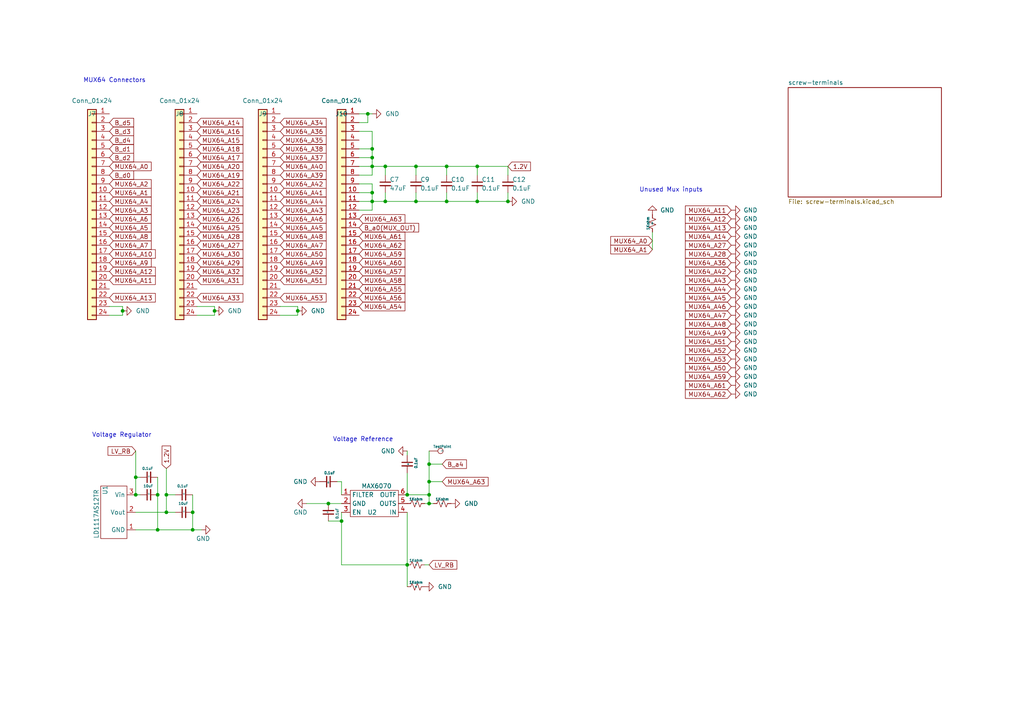
<source format=kicad_sch>
(kicad_sch (version 20211123) (generator eeschema)
  (paper "A4")
  (lib_symbols
    (symbol "Connector:TestPoint" (pin_numbers hide) (pin_names (offset 0.762) hide)
      (property "Reference" "TP" (at 0 6.858 0))
      (property "Value" "TestPoint" (at 0 5.08 0))
      (symbol "TestPoint_0_1"
        (circle (center 0 3.302) (radius 0.762))
      )
      (symbol "TestPoint_1_1"
        (pin passive line (at 0 0 90) (length 2.54) (name "1") (number "1"))
      )
    )
    (symbol "Connector_Generic:Conn_01x24" (pin_names (offset 1.016) hide)
      (property "Reference" "J" (at 0 30.48 0))
      (property "Value" "Conn_01x24" (at 0 -33.02 0))
      (symbol "Conn_01x24_1_1"
        (rectangle (start -1.27 -30.353) (end 0 -30.607) (stroke (width 0.1524)))
        (rectangle (start -1.27 -27.813) (end 0 -28.067) (stroke (width 0.1524)))
        (rectangle (start -1.27 -25.273) (end 0 -25.527) (stroke (width 0.1524)))
        (rectangle (start -1.27 -22.733) (end 0 -22.987) (stroke (width 0.1524)))
        (rectangle (start -1.27 -20.193) (end 0 -20.447) (stroke (width 0.1524)))
        (rectangle (start -1.27 -17.653) (end 0 -17.907) (stroke (width 0.1524)))
        (rectangle (start -1.27 -15.113) (end 0 -15.367) (stroke (width 0.1524)))
        (rectangle (start -1.27 -12.573) (end 0 -12.827) (stroke (width 0.1524)))
        (rectangle (start -1.27 -10.033) (end 0 -10.287) (stroke (width 0.1524)))
        (rectangle (start -1.27 -7.493) (end 0 -7.747) (stroke (width 0.1524)))
        (rectangle (start -1.27 -4.953) (end 0 -5.207) (stroke (width 0.1524)))
        (rectangle (start -1.27 -2.413) (end 0 -2.667) (stroke (width 0.1524)))
        (rectangle (start -1.27 0.127) (end 0 -0.127) (stroke (width 0.1524)))
        (rectangle (start -1.27 2.667) (end 0 2.413) (stroke (width 0.1524)))
        (rectangle (start -1.27 5.207) (end 0 4.953) (stroke (width 0.1524)))
        (rectangle (start -1.27 7.747) (end 0 7.493) (stroke (width 0.1524)))
        (rectangle (start -1.27 10.287) (end 0 10.033) (stroke (width 0.1524)))
        (rectangle (start -1.27 12.827) (end 0 12.573) (stroke (width 0.1524)))
        (rectangle (start -1.27 15.367) (end 0 15.113) (stroke (width 0.1524)))
        (rectangle (start -1.27 17.907) (end 0 17.653) (stroke (width 0.1524)))
        (rectangle (start -1.27 20.447) (end 0 20.193) (stroke (width 0.1524)))
        (rectangle (start -1.27 22.987) (end 0 22.733) (stroke (width 0.1524)))
        (rectangle (start -1.27 25.527) (end 0 25.273) (stroke (width 0.1524)))
        (rectangle (start -1.27 28.067) (end 0 27.813) (stroke (width 0.1524)))
        (rectangle (start -1.27 29.21) (end 1.27 -31.75) (stroke (width 0.254)) (fill (type background)))
        (pin passive line (at -5.08 27.94 0) (length 3.81) (name "Pin_1") (number "1"))
        (pin passive line (at -5.08 5.08 0) (length 3.81) (name "Pin_10") (number "10"))
        (pin passive line (at -5.08 2.54 0) (length 3.81) (name "Pin_11") (number "11"))
        (pin passive line (at -5.08 0 0) (length 3.81) (name "Pin_12") (number "12"))
        (pin passive line (at -5.08 -2.54 0) (length 3.81) (name "Pin_13") (number "13"))
        (pin passive line (at -5.08 -5.08 0) (length 3.81) (name "Pin_14") (number "14"))
        (pin passive line (at -5.08 -7.62 0) (length 3.81) (name "Pin_15") (number "15"))
        (pin passive line (at -5.08 -10.16 0) (length 3.81) (name "Pin_16") (number "16"))
        (pin passive line (at -5.08 -12.7 0) (length 3.81) (name "Pin_17") (number "17"))
        (pin passive line (at -5.08 -15.24 0) (length 3.81) (name "Pin_18") (number "18"))
        (pin passive line (at -5.08 -17.78 0) (length 3.81) (name "Pin_19") (number "19"))
        (pin passive line (at -5.08 25.4 0) (length 3.81) (name "Pin_2") (number "2"))
        (pin passive line (at -5.08 -20.32 0) (length 3.81) (name "Pin_20") (number "20"))
        (pin passive line (at -5.08 -22.86 0) (length 3.81) (name "Pin_21") (number "21"))
        (pin passive line (at -5.08 -25.4 0) (length 3.81) (name "Pin_22") (number "22"))
        (pin passive line (at -5.08 -27.94 0) (length 3.81) (name "Pin_23") (number "23"))
        (pin passive line (at -5.08 -30.48 0) (length 3.81) (name "Pin_24") (number "24"))
        (pin passive line (at -5.08 22.86 0) (length 3.81) (name "Pin_3") (number "3"))
        (pin passive line (at -5.08 20.32 0) (length 3.81) (name "Pin_4") (number "4"))
        (pin passive line (at -5.08 17.78 0) (length 3.81) (name "Pin_5") (number "5"))
        (pin passive line (at -5.08 15.24 0) (length 3.81) (name "Pin_6") (number "6"))
        (pin passive line (at -5.08 12.7 0) (length 3.81) (name "Pin_7") (number "7"))
        (pin passive line (at -5.08 10.16 0) (length 3.81) (name "Pin_8") (number "8"))
        (pin passive line (at -5.08 7.62 0) (length 3.81) (name "Pin_9") (number "9"))
      )
    )
    (symbol "Device:C_Small" (pin_numbers hide) (pin_names (offset 0.254) hide)
      (property "Reference" "C" (at 0.254 1.778 0))
      (property "Value" "C_Small" (at 0.254 -2.032 0))
      (symbol "C_Small_0_1"
        (polyline (pts (xy -1.524 -0.508) (xy 1.524 -0.508)) (stroke (width 0.3302)))
        (polyline (pts (xy -1.524 0.508) (xy 1.524 0.508)) (stroke (width 0.3048)))
      )
      (symbol "C_Small_1_1"
        (pin passive line (at 0 2.54 270) (length 2.032) (name "~") (number "1"))
        (pin passive line (at 0 -2.54 90) (length 2.032) (name "~") (number "2"))
      )
    )
    (symbol "Device:R_Small_US" (pin_numbers hide) (pin_names (offset 0.254) hide)
      (property "Reference" "R" (at 0.762 0.508 0))
      (property "Value" "R_Small_US" (at 0.762 -1.016 0))
      (symbol "R_Small_US_1_1"
        (polyline (pts (xy 0 0) (xy 1.016 -0.381) (xy 0 -0.762) (xy -1.016 -1.143) (xy 0 -1.524)))
        (polyline (pts (xy 0 1.524) (xy 1.016 1.143) (xy 0 0.762) (xy -1.016 0.381) (xy 0 0)))
        (pin passive line (at 0 2.54 270) (length 1.016) (name "~") (number "1"))
        (pin passive line (at 0 -2.54 90) (length 1.016) (name "~") (number "2"))
      )
    )
    (symbol "Reference_Voltage:MAX6070"
      (property "Reference" "U" (at 0 -5.08 0))
      (property "Value" "MAX6070" (at 0 5.08 0))
      (symbol "MAX6070_0_1"
        (rectangle (start -7.62 3.81) (end 6.35 -3.81))
      )
      (symbol "MAX6070_1_1"
        (pin input line (at -10.16 2.54 0) (length 2.54) (name "FILTER") (number "1"))
        (pin input line (at -10.16 0 0) (length 2.54) (name "GND") (number "2"))
        (pin input line (at -10.16 -2.54 0) (length 2.54) (name "EN") (number "3"))
        (pin input line (at 8.89 -2.54 180) (length 2.54) (name "IN") (number "4"))
        (pin input line (at 8.89 0 180) (length 2.54) (name "OUTS") (number "5"))
        (pin input line (at 8.89 2.54 180) (length 2.54) (name "OUTF") (number "6"))
      )
    )
    (symbol "Regulator_Linear:LD1117AS12TR"
      (property "Reference" "U" (at 6.35 -5.08 0))
      (property "Value" "LD1117AS12TR" (at 0 5.08 0))
      (symbol "LD1117AS12TR_0_1"
        (rectangle (start -7.62 3.81) (end 7.62 -3.81))
      )
      (symbol "LD1117AS12TR_1_1"
        (pin input line (at -5.08 -6.35 90) (length 2.54) (name "GND") (number "1"))
        (pin input line (at 0 -6.35 90) (length 2.54) (name "Vout") (number "2"))
        (pin input line (at 5.08 -6.35 90) (length 2.54) (name "Vin") (number "3"))
      )
    )
    (symbol "power:GND" (power) (pin_names (offset 0))
      (property "Value" "GND" (at 0 -3.81 0))
      (symbol "GND_0_1"
        (polyline (pts (xy 0 0) (xy 0 -1.27) (xy 1.27 -1.27) (xy 0 -2.54) (xy -1.27 -1.27) (xy 0 -1.27)))
      )
      (symbol "GND_1_1"
        (pin power_in line (at 0 0 270) (length 0) hide (name "GND") (number "1"))
      )
    )
  )
  (junction (at 48.26 143.51))
  (junction (at 107.95 48.26))
  (junction (at 118.11 143.51))
  (junction (at 111.76 48.26))
  (junction (at 55.88 153.67))
  (junction (at 45.72 153.67))
  (junction (at 39.37 138.43))
  (junction (at 124.46 146.05))
  (junction (at 55.88 148.59))
  (junction (at 39.37 143.51))
  (junction (at 147.32 58.42))
  (junction (at 111.76 58.42))
  (junction (at 86.36 90.17))
  (junction (at 107.95 45.72))
  (junction (at 99.06 151.13))
  (junction (at 120.65 58.42))
  (junction (at 107.95 58.42))
  (junction (at 124.46 139.7))
  (junction (at 45.72 143.51))
  (junction (at 107.95 55.88))
  (junction (at 138.43 58.42))
  (junction (at 138.43 48.26))
  (junction (at 129.54 58.42))
  (junction (at 62.23 90.17))
  (junction (at 124.46 143.51))
  (junction (at 106.68 33.02))
  (junction (at 35.56 90.17))
  (junction (at 95.25 146.05))
  (junction (at 107.95 43.18))
  (junction (at 120.65 48.26))
  (junction (at 48.26 148.59))
  (junction (at 124.46 134.62))
  (junction (at 129.54 48.26))
  (junction (at 118.11 163.83))
  (wire (pts (xy 129.54 55.88) (xy 129.54 58.42)))
  (wire (pts (xy 104.14 58.42) (xy 107.95 58.42)))
  (wire (pts (xy 111.76 55.88) (xy 111.76 58.42)))
  (wire (pts (xy 48.26 148.59) (xy 50.8 148.59)))
  (wire (pts (xy 39.37 148.59) (xy 48.26 148.59)))
  (wire (pts (xy 48.26 143.51) (xy 50.8 143.51)))
  (wire (pts (xy 104.14 33.02) (xy 106.68 33.02)))
  (wire (pts (xy 45.72 153.67) (xy 45.72 143.51)))
  (wire (pts (xy 39.37 138.43) (xy 40.64 138.43)))
  (wire (pts (xy 104.14 55.88) (xy 107.95 55.88)))
  (wire (pts (xy 31.75 91.44) (xy 35.56 91.44)))
  (wire (pts (xy 147.32 58.42) (xy 138.43 58.42)))
  (wire (pts (xy 35.56 88.9) (xy 35.56 90.17)))
  (wire (pts (xy 81.28 88.9) (xy 86.36 88.9)))
  (wire (pts (xy 129.54 48.26) (xy 138.43 48.26)))
  (wire (pts (xy 107.95 58.42) (xy 107.95 60.96)))
  (wire (pts (xy 118.11 130.81) (xy 118.11 132.08)))
  (wire (pts (xy 120.65 48.26) (xy 129.54 48.26)))
  (wire (pts (xy 124.46 130.81) (xy 124.46 134.62)))
  (wire (pts (xy 106.68 35.56) (xy 106.68 33.02)))
  (wire (pts (xy 40.64 143.51) (xy 39.37 143.51)))
  (wire (pts (xy 35.56 91.44) (xy 35.56 90.17)))
  (wire (pts (xy 99.06 139.7) (xy 97.79 139.7)))
  (wire (pts (xy 189.23 67.31) (xy 189.23 72.39)))
  (wire (pts (xy 48.26 135.89) (xy 48.26 143.51)))
  (wire (pts (xy 124.46 146.05) (xy 125.73 146.05)))
  (wire (pts (xy 106.68 33.02) (xy 107.95 33.02)))
  (wire (pts (xy 124.46 143.51) (xy 124.46 146.05)))
  (wire (pts (xy 55.88 143.51) (xy 55.88 148.59)))
  (wire (pts (xy 99.06 143.51) (xy 99.06 139.7)))
  (wire (pts (xy 120.65 48.26) (xy 120.65 50.8)))
  (wire (pts (xy 104.14 50.8) (xy 107.95 50.8)))
  (wire (pts (xy 129.54 58.42) (xy 120.65 58.42)))
  (wire (pts (xy 95.25 146.05) (xy 99.06 146.05)))
  (wire (pts (xy 124.46 139.7) (xy 128.27 139.7)))
  (wire (pts (xy 48.26 143.51) (xy 48.26 148.59)))
  (wire (pts (xy 99.06 163.83) (xy 118.11 163.83)))
  (wire (pts (xy 120.65 55.88) (xy 120.65 58.42)))
  (wire (pts (xy 39.37 138.43) (xy 39.37 143.51)))
  (wire (pts (xy 104.14 38.1) (xy 107.95 38.1)))
  (wire (pts (xy 118.11 137.16) (xy 118.11 143.51)))
  (wire (pts (xy 138.43 48.26) (xy 138.43 50.8)))
  (wire (pts (xy 81.28 91.44) (xy 86.36 91.44)))
  (wire (pts (xy 58.42 153.67) (xy 55.88 153.67)))
  (wire (pts (xy 55.88 153.67) (xy 55.88 148.59)))
  (wire (pts (xy 31.75 88.9) (xy 35.56 88.9)))
  (wire (pts (xy 86.36 91.44) (xy 86.36 90.17)))
  (wire (pts (xy 111.76 58.42) (xy 107.95 58.42)))
  (wire (pts (xy 99.06 163.83) (xy 99.06 151.13)))
  (wire (pts (xy 124.46 139.7) (xy 124.46 143.51)))
  (wire (pts (xy 138.43 55.88) (xy 138.43 58.42)))
  (wire (pts (xy 95.25 151.13) (xy 99.06 151.13)))
  (wire (pts (xy 107.95 45.72) (xy 107.95 48.26)))
  (wire (pts (xy 99.06 148.59) (xy 99.06 151.13)))
  (wire (pts (xy 107.95 48.26) (xy 107.95 50.8)))
  (wire (pts (xy 107.95 55.88) (xy 107.95 58.42)))
  (wire (pts (xy 111.76 50.8) (xy 111.76 48.26)))
  (wire (pts (xy 120.65 58.42) (xy 111.76 58.42)))
  (wire (pts (xy 138.43 48.26) (xy 147.32 48.26)))
  (wire (pts (xy 104.14 48.26) (xy 107.95 48.26)))
  (wire (pts (xy 118.11 143.51) (xy 124.46 143.51)))
  (wire (pts (xy 124.46 134.62) (xy 124.46 139.7)))
  (wire (pts (xy 111.76 48.26) (xy 120.65 48.26)))
  (wire (pts (xy 118.11 148.59) (xy 118.11 163.83)))
  (wire (pts (xy 107.95 38.1) (xy 107.95 43.18)))
  (wire (pts (xy 107.95 43.18) (xy 104.14 43.18)))
  (wire (pts (xy 147.32 55.88) (xy 147.32 58.42)))
  (wire (pts (xy 123.19 146.05) (xy 124.46 146.05)))
  (wire (pts (xy 147.32 50.8) (xy 147.32 48.26)))
  (wire (pts (xy 86.36 88.9) (xy 86.36 90.17)))
  (wire (pts (xy 104.14 53.34) (xy 107.95 53.34)))
  (wire (pts (xy 39.37 130.81) (xy 39.37 138.43)))
  (wire (pts (xy 57.15 88.9) (xy 62.23 88.9)))
  (wire (pts (xy 88.9 146.05) (xy 95.25 146.05)))
  (wire (pts (xy 104.14 45.72) (xy 107.95 45.72)))
  (wire (pts (xy 57.15 91.44) (xy 62.23 91.44)))
  (wire (pts (xy 124.46 134.62) (xy 128.27 134.62)))
  (wire (pts (xy 55.88 153.67) (xy 45.72 153.67)))
  (wire (pts (xy 45.72 138.43) (xy 45.72 143.51)))
  (wire (pts (xy 118.11 163.83) (xy 118.11 170.18)))
  (wire (pts (xy 107.95 53.34) (xy 107.95 55.88)))
  (wire (pts (xy 104.14 60.96) (xy 107.95 60.96)))
  (wire (pts (xy 124.46 163.83) (xy 123.19 163.83)))
  (wire (pts (xy 129.54 48.26) (xy 129.54 50.8)))
  (wire (pts (xy 62.23 91.44) (xy 62.23 90.17)))
  (wire (pts (xy 45.72 153.67) (xy 39.37 153.67)))
  (wire (pts (xy 104.14 35.56) (xy 106.68 35.56)))
  (wire (pts (xy 107.95 45.72) (xy 107.95 43.18)))
  (wire (pts (xy 62.23 88.9) (xy 62.23 90.17)))
  (wire (pts (xy 138.43 58.42) (xy 129.54 58.42)))
  (wire (pts (xy 111.76 48.26) (xy 107.95 48.26)))
  (text "Unused Mux inputs" (at 185.42 55.88 0) (effects (font (size 1.27 1.27)) (justify left bottom)))
  (text "Voltage Reference" (at 96.52 128.27 0) (effects (font (size 1.27 1.27)) (justify left bottom)))
  (text "Voltage Regulator" (at 26.67 127 0) (effects (font (size 1.27 1.27)) (justify left bottom)))
  (text "MUX64 Connectors" (at 24.13 24.13 0) (effects (font (size 1.27 1.27)) (justify left bottom)))
  (global_label "MUX64_A53" (shape input) (at 212.09 104.14 180) (property "Intersheet References" "${INTERSHEET_REFS}" (effects hide)))
  (global_label "MUX64_A11" (shape input) (at 31.75 81.28 0) (property "Intersheet References" "${INTERSHEET_REFS}" (effects hide)))
  (global_label "MUX64_A42" (shape input) (at 81.28 53.34 0) (property "Intersheet References" "${INTERSHEET_REFS}" (effects hide)))
  (global_label "MUX64_A52" (shape input) (at 212.09 101.6 180) (property "Intersheet References" "${INTERSHEET_REFS}" (effects hide)))
  (global_label "MUX64_A8" (shape input) (at 31.75 68.58 0) (property "Intersheet References" "${INTERSHEET_REFS}" (effects hide)))
  (global_label "MUX64_A36" (shape input) (at 212.09 76.2 180) (property "Intersheet References" "${INTERSHEET_REFS}" (effects hide)))
  (global_label "MUX64_A18" (shape input) (at 57.15 43.18 0) (property "Intersheet References" "${INTERSHEET_REFS}" (effects hide)))
  (global_label "MUX64_A39" (shape input) (at 81.28 50.8 0) (property "Intersheet References" "${INTERSHEET_REFS}" (effects hide)))
  (global_label "MUX64_A61" (shape input) (at 104.14 68.58 0) (property "Intersheet References" "${INTERSHEET_REFS}" (effects hide)))
  (global_label "MUX64_A55" (shape input) (at 104.14 83.82 0) (property "Intersheet References" "${INTERSHEET_REFS}" (effects hide)))
  (global_label "MUX64_A31" (shape input) (at 57.15 81.28 0) (property "Intersheet References" "${INTERSHEET_REFS}" (effects hide)))
  (global_label "B_d1" (shape input) (at 31.75 43.18 0) (property "Intersheet References" "${INTERSHEET_REFS}" (effects hide)))
  (global_label "MUX64_A20" (shape input) (at 57.15 48.26 0) (property "Intersheet References" "${INTERSHEET_REFS}" (effects hide)))
  (global_label "MUX64_A62" (shape input) (at 104.14 71.12 0) (property "Intersheet References" "${INTERSHEET_REFS}" (effects hide)))
  (global_label "MUX64_A59" (shape input) (at 104.14 73.66 0) (property "Intersheet References" "${INTERSHEET_REFS}" (effects hide)))
  (global_label "MUX64_A10" (shape input) (at 31.75 73.66 0) (property "Intersheet References" "${INTERSHEET_REFS}" (effects hide)))
  (global_label "LV_RB" (shape input) (at 124.46 163.83 0) (property "Intersheet References" "${INTERSHEET_REFS}" (effects hide)))
  (global_label "MUX64_A37" (shape input) (at 81.28 45.72 0) (property "Intersheet References" "${INTERSHEET_REFS}" (effects hide)))
  (global_label "MUX64_A63" (shape input) (at 104.14 63.5 0) (property "Intersheet References" "${INTERSHEET_REFS}" (effects hide)))
  (global_label "MUX64_A40" (shape input) (at 81.28 48.26 0) (property "Intersheet References" "${INTERSHEET_REFS}" (effects hide)))
  (global_label "1.2V" (shape input) (at 48.26 135.89 90) (property "Intersheet References" "${INTERSHEET_REFS}" (effects hide)))
  (global_label "MUX64_A47" (shape input) (at 81.28 71.12 0) (property "Intersheet References" "${INTERSHEET_REFS}" (effects hide)))
  (global_label "MUX64_A49" (shape input) (at 212.09 96.52 180) (property "Intersheet References" "${INTERSHEET_REFS}" (effects hide)))
  (global_label "LV_RB" (shape input) (at 39.37 130.81 180) (property "Intersheet References" "${INTERSHEET_REFS}" (effects hide)))
  (global_label "MUX64_A0" (shape input) (at 189.23 69.85 180) (property "Intersheet References" "${INTERSHEET_REFS}" (effects hide)))
  (global_label "MUX64_A1" (shape input) (at 189.23 72.39 180) (property "Intersheet References" "${INTERSHEET_REFS}" (effects hide)))
  (global_label "MUX64_A13" (shape input) (at 31.75 86.36 0) (property "Intersheet References" "${INTERSHEET_REFS}" (effects hide)))
  (global_label "MUX64_A50" (shape input) (at 81.28 73.66 0) (property "Intersheet References" "${INTERSHEET_REFS}" (effects hide)))
  (global_label "B_a4" (shape input) (at 128.27 134.62 0) (property "Intersheet References" "${INTERSHEET_REFS}" (effects hide)))
  (global_label "MUX64_A26" (shape input) (at 57.15 63.5 0) (property "Intersheet References" "${INTERSHEET_REFS}" (effects hide)))
  (global_label "MUX64_A5" (shape input) (at 31.75 66.04 0) (property "Intersheet References" "${INTERSHEET_REFS}" (effects hide)))
  (global_label "MUX64_A24" (shape input) (at 57.15 58.42 0) (property "Intersheet References" "${INTERSHEET_REFS}" (effects hide)))
  (global_label "MUX64_A7" (shape input) (at 31.75 71.12 0) (property "Intersheet References" "${INTERSHEET_REFS}" (effects hide)))
  (global_label "MUX64_A16" (shape input) (at 57.15 38.1 0) (property "Intersheet References" "${INTERSHEET_REFS}" (effects hide)))
  (global_label "MUX64_A48" (shape input) (at 81.28 68.58 0) (property "Intersheet References" "${INTERSHEET_REFS}" (effects hide)))
  (global_label "MUX64_A27" (shape input) (at 57.15 71.12 0) (property "Intersheet References" "${INTERSHEET_REFS}" (effects hide)))
  (global_label "B_a0(MUX_OUT)" (shape input) (at 104.14 66.04 0) (property "Intersheet References" "${INTERSHEET_REFS}" (effects hide)))
  (global_label "MUX64_A28" (shape input) (at 57.15 68.58 0) (property "Intersheet References" "${INTERSHEET_REFS}" (effects hide)))
  (global_label "B_d0" (shape input) (at 31.75 50.8 0) (property "Intersheet References" "${INTERSHEET_REFS}" (effects hide)))
  (global_label "MUX64_A38" (shape input) (at 81.28 43.18 0) (property "Intersheet References" "${INTERSHEET_REFS}" (effects hide)))
  (global_label "MUX64_A12" (shape input) (at 31.75 78.74 0) (property "Intersheet References" "${INTERSHEET_REFS}" (effects hide)))
  (global_label "MUX64_A6" (shape input) (at 31.75 63.5 0) (property "Intersheet References" "${INTERSHEET_REFS}" (effects hide)))
  (global_label "MUX64_A11" (shape input) (at 212.09 60.96 180) (property "Intersheet References" "${INTERSHEET_REFS}" (effects hide)))
  (global_label "MUX64_A14" (shape input) (at 212.09 68.58 180) (property "Intersheet References" "${INTERSHEET_REFS}" (effects hide)))
  (global_label "1.2V" (shape input) (at 147.32 48.26 0) (property "Intersheet References" "${INTERSHEET_REFS}" (effects hide)))
  (global_label "MUX64_A45" (shape input) (at 212.09 86.36 180) (property "Intersheet References" "${INTERSHEET_REFS}" (effects hide)))
  (global_label "MUX64_A49" (shape input) (at 81.28 76.2 0) (property "Intersheet References" "${INTERSHEET_REFS}" (effects hide)))
  (global_label "B_d4" (shape input) (at 31.75 40.64 0) (property "Intersheet References" "${INTERSHEET_REFS}" (effects hide)))
  (global_label "MUX64_A62" (shape input) (at 212.09 114.3 180) (property "Intersheet References" "${INTERSHEET_REFS}" (effects hide)))
  (global_label "MUX64_A51" (shape input) (at 212.09 99.06 180) (property "Intersheet References" "${INTERSHEET_REFS}" (effects hide)))
  (global_label "MUX64_A57" (shape input) (at 104.14 78.74 0) (property "Intersheet References" "${INTERSHEET_REFS}" (effects hide)))
  (global_label "MUX64_A42" (shape input) (at 212.09 78.74 180) (property "Intersheet References" "${INTERSHEET_REFS}" (effects hide)))
  (global_label "MUX64_A44" (shape input) (at 212.09 83.82 180) (property "Intersheet References" "${INTERSHEET_REFS}" (effects hide)))
  (global_label "MUX64_A50" (shape input) (at 212.09 106.68 180) (property "Intersheet References" "${INTERSHEET_REFS}" (effects hide)))
  (global_label "MUX64_A32" (shape input) (at 57.15 78.74 0) (property "Intersheet References" "${INTERSHEET_REFS}" (effects hide)))
  (global_label "MUX64_A4" (shape input) (at 31.75 58.42 0) (property "Intersheet References" "${INTERSHEET_REFS}" (effects hide)))
  (global_label "MUX64_A13" (shape input) (at 212.09 66.04 180) (property "Intersheet References" "${INTERSHEET_REFS}" (effects hide)))
  (global_label "MUX64_A9" (shape input) (at 31.75 76.2 0) (property "Intersheet References" "${INTERSHEET_REFS}" (effects hide)))
  (global_label "MUX64_A48" (shape input) (at 212.09 93.98 180) (property "Intersheet References" "${INTERSHEET_REFS}" (effects hide)))
  (global_label "MUX64_A52" (shape input) (at 81.28 78.74 0) (property "Intersheet References" "${INTERSHEET_REFS}" (effects hide)))
  (global_label "MUX64_A28" (shape input) (at 212.09 73.66 180) (property "Intersheet References" "${INTERSHEET_REFS}" (effects hide)))
  (global_label "MUX64_A36" (shape input) (at 81.28 38.1 0) (property "Intersheet References" "${INTERSHEET_REFS}" (effects hide)))
  (global_label "MUX64_A3" (shape input) (at 31.75 60.96 0) (property "Intersheet References" "${INTERSHEET_REFS}" (effects hide)))
  (global_label "MUX64_A29" (shape input) (at 57.15 76.2 0) (property "Intersheet References" "${INTERSHEET_REFS}" (effects hide)))
  (global_label "MUX64_A14" (shape input) (at 57.15 35.56 0) (property "Intersheet References" "${INTERSHEET_REFS}" (effects hide)))
  (global_label "MUX64_A41" (shape input) (at 81.28 55.88 0) (property "Intersheet References" "${INTERSHEET_REFS}" (effects hide)))
  (global_label "MUX64_A34" (shape input) (at 81.28 35.56 0) (property "Intersheet References" "${INTERSHEET_REFS}" (effects hide)))
  (global_label "MUX64_A46" (shape input) (at 212.09 88.9 180) (property "Intersheet References" "${INTERSHEET_REFS}" (effects hide)))
  (global_label "B_d3" (shape input) (at 31.75 38.1 0) (property "Intersheet References" "${INTERSHEET_REFS}" (effects hide)))
  (global_label "B_d2" (shape input) (at 31.75 45.72 0) (property "Intersheet References" "${INTERSHEET_REFS}" (effects hide)))
  (global_label "MUX64_A0" (shape input) (at 31.75 48.26 0) (property "Intersheet References" "${INTERSHEET_REFS}" (effects hide)))
  (global_label "MUX64_A22" (shape input) (at 57.15 53.34 0) (property "Intersheet References" "${INTERSHEET_REFS}" (effects hide)))
  (global_label "MUX64_A53" (shape input) (at 81.28 86.36 0) (property "Intersheet References" "${INTERSHEET_REFS}" (effects hide)))
  (global_label "MUX64_A63" (shape input) (at 128.27 139.7 0) (property "Intersheet References" "${INTERSHEET_REFS}" (effects hide)))
  (global_label "MUX64_A2" (shape input) (at 31.75 53.34 0) (property "Intersheet References" "${INTERSHEET_REFS}" (effects hide)))
  (global_label "MUX64_A46" (shape input) (at 81.28 63.5 0) (property "Intersheet References" "${INTERSHEET_REFS}" (effects hide)))
  (global_label "MUX64_A61" (shape input) (at 212.09 111.76 180) (property "Intersheet References" "${INTERSHEET_REFS}" (effects hide)))
  (global_label "MUX64_A23" (shape input) (at 57.15 60.96 0) (property "Intersheet References" "${INTERSHEET_REFS}" (effects hide)))
  (global_label "MUX64_A30" (shape input) (at 57.15 73.66 0) (property "Intersheet References" "${INTERSHEET_REFS}" (effects hide)))
  (global_label "MUX64_A54" (shape input) (at 104.14 88.9 0) (property "Intersheet References" "${INTERSHEET_REFS}" (effects hide)))
  (global_label "MUX64_A43" (shape input) (at 81.28 60.96 0) (property "Intersheet References" "${INTERSHEET_REFS}" (effects hide)))
  (global_label "MUX64_A15" (shape input) (at 57.15 40.64 0) (property "Intersheet References" "${INTERSHEET_REFS}" (effects hide)))
  (global_label "MUX64_A21" (shape input) (at 57.15 55.88 0) (property "Intersheet References" "${INTERSHEET_REFS}" (effects hide)))
  (global_label "MUX64_A44" (shape input) (at 81.28 58.42 0) (property "Intersheet References" "${INTERSHEET_REFS}" (effects hide)))
  (global_label "MUX64_A45" (shape input) (at 81.28 66.04 0) (property "Intersheet References" "${INTERSHEET_REFS}" (effects hide)))
  (global_label "MUX64_A33" (shape input) (at 57.15 86.36 0) (property "Intersheet References" "${INTERSHEET_REFS}" (effects hide)))
  (global_label "B_d5" (shape input) (at 31.75 35.56 0) (property "Intersheet References" "${INTERSHEET_REFS}" (effects hide)))
  (global_label "MUX64_A60" (shape input) (at 104.14 76.2 0) (property "Intersheet References" "${INTERSHEET_REFS}" (effects hide)))
  (global_label "MUX64_A19" (shape input) (at 57.15 50.8 0) (property "Intersheet References" "${INTERSHEET_REFS}" (effects hide)))
  (global_label "MUX64_A1" (shape input) (at 31.75 55.88 0) (property "Intersheet References" "${INTERSHEET_REFS}" (effects hide)))
  (global_label "MUX64_A17" (shape input) (at 57.15 45.72 0) (property "Intersheet References" "${INTERSHEET_REFS}" (effects hide)))
  (global_label "MUX64_A12" (shape input) (at 212.09 63.5 180) (property "Intersheet References" "${INTERSHEET_REFS}" (effects hide)))
  (global_label "MUX64_A56" (shape input) (at 104.14 86.36 0) (property "Intersheet References" "${INTERSHEET_REFS}" (effects hide)))
  (global_label "MUX64_A35" (shape input) (at 81.28 40.64 0) (property "Intersheet References" "${INTERSHEET_REFS}" (effects hide)))
  (global_label "MUX64_A43" (shape input) (at 212.09 81.28 180) (property "Intersheet References" "${INTERSHEET_REFS}" (effects hide)))
  (global_label "MUX64_A51" (shape input) (at 81.28 81.28 0) (property "Intersheet References" "${INTERSHEET_REFS}" (effects hide)))
  (global_label "MUX64_A58" (shape input) (at 104.14 81.28 0) (property "Intersheet References" "${INTERSHEET_REFS}" (effects hide)))
  (global_label "MUX64_A59" (shape input) (at 212.09 109.22 180) (property "Intersheet References" "${INTERSHEET_REFS}" (effects hide)))
  (global_label "MUX64_A27" (shape input) (at 212.09 71.12 180) (property "Intersheet References" "${INTERSHEET_REFS}" (effects hide)))
  (global_label "MUX64_A25" (shape input) (at 57.15 66.04 0) (property "Intersheet References" "${INTERSHEET_REFS}" (effects hide)))
  (global_label "MUX64_A47" (shape input) (at 212.09 91.44 180) (property "Intersheet References" "${INTERSHEET_REFS}" (effects hide)))
  (symbol (lib_id "power:GND") (at 212.09 60.96 90) (unit 1)
    (property "Reference" "#PWR0219" (effects hide))
    (property "Value" "GND" (at 219.71 60.96 90) (effects (justify left)))
  )
  (symbol (lib_id "power:GND") (at 212.09 68.58 90) (unit 1)
    (property "Reference" "#PWR0199" (effects hide))
    (property "Value" "GND" (at 219.71 68.58 90) (effects (justify left)))
  )
  (symbol (lib_id "power:GND") (at 212.09 73.66 90) (unit 1)
    (property "Reference" "#PWR0212" (effects hide))
    (property "Value" "GND" (at 219.71 73.66 90) (effects (justify left)))
  )
  (symbol (lib_id "Connector_Generic:Conn_01x24") (at 99.06 60.96 0) (mirror y) (unit 1)
    (property "Reference" "J10" (at 99.06 33.02 0))
    (property "Value" "Conn_01x24" (at 99.06 29.21 0))
    (property "Footprint" "Connector_PinSocket_2.54mm:PinSocket_2x12_P2.54mm_Vertical" (effects hide))
  )
  (symbol (lib_id "power:GND") (at 62.23 90.17 90) (unit 1)
    (property "Reference" "#PWR0230" (effects hide))
    (property "Value" "GND" (at 66.04 90.1699 90) (effects (justify right)))
  )
  (symbol (lib_id "Reference_Voltage:MAX6070") (at 109.22 146.05 0) (unit 1)
    (property "Reference" "U2" (at 107.95 148.59 0))
    (property "Value" "MAX6070" (at 109.22 140.97 0))
    (property "Footprint" "Package_TO_SOT_SMD:SOT-23-6" (effects hide))
  )
  (symbol (lib_id "power:GND") (at 212.09 88.9 90) (unit 1)
    (property "Reference" "#PWR0236" (effects hide))
    (property "Value" "GND" (at 219.71 88.9 90) (effects (justify left)))
  )
  (symbol (lib_id "power:GND") (at 212.09 104.14 90) (unit 1)
    (property "Reference" "#PWR0193" (effects hide))
    (property "Value" "GND" (at 219.71 104.14 90) (effects (justify left)))
  )
  (symbol (lib_id "Connector_Generic:Conn_01x24") (at 26.67 60.96 0) (mirror y) (unit 1)
    (property "Reference" "J7" (at 26.67 33.02 0))
    (property "Value" "Conn_01x24" (at 26.67 29.21 0))
    (property "Footprint" "Connector_PinSocket_2.54mm:PinSocket_2x12_P2.54mm_Vertical" (effects hide))
  )
  (symbol (lib_id "power:GND") (at 212.09 109.22 90) (unit 1)
    (property "Reference" "#PWR0175" (effects hide))
    (property "Value" "GND" (at 219.71 109.22 90) (effects (justify left)))
  )
  (symbol (lib_id "Device:R_Small_US") (at 120.65 163.83 90) (unit 1)
    (property "Reference" "R5" (at 120.65 163.83 90) (effects (font (size 0.25 0.25))))
    (property "Value" "1Kohm" (at 120.65 162.56 90) (effects (font (size 0.75 0.75))))
    (property "Footprint" "Resistor_SMD:R_0805_2012Metric" (effects hide))
  )
  (symbol (lib_id "Device:C_Small") (at 120.65 53.34 0) (unit 1)
    (property "Reference" "C9" (at 121.92 52.07 0) (effects (justify left)))
    (property "Value" "0.1uF" (at 121.92 54.61 0) (effects (justify left)))
    (property "Footprint" "Capacitor_SMD:C_0805_2012Metric" (effects hide))
  )
  (symbol (lib_id "power:GND") (at 118.11 130.81 270) (unit 1)
    (property "Reference" "#PWR0130" (effects hide))
    (property "Value" "GND" (at 110.49 130.81 90) (effects (justify left)))
  )
  (symbol (lib_id "power:GND") (at 212.09 99.06 90) (unit 1)
    (property "Reference" "#PWR0217" (effects hide))
    (property "Value" "GND" (at 219.71 99.06 90) (effects (justify left)))
  )
  (symbol (lib_id "Device:C_Small") (at 147.32 53.34 0) (unit 1)
    (property "Reference" "C12" (at 148.59 52.07 0) (effects (justify left)))
    (property "Value" "0.1uF" (at 148.59 54.61 0) (effects (justify left)))
    (property "Footprint" "Capacitor_SMD:C_0805_2012Metric" (effects hide))
  )
  (symbol (lib_id "power:GND") (at 123.19 170.18 90) (unit 1)
    (property "Reference" "#PWR0125" (effects hide))
    (property "Value" "GND" (at 127 170.1799 90) (effects (justify right)))
  )
  (symbol (lib_id "power:GND") (at 212.09 106.68 90) (unit 1)
    (property "Reference" "#PWR0197" (effects hide))
    (property "Value" "GND" (at 219.71 106.68 90) (effects (justify left)))
  )
  (symbol (lib_id "Device:C_Small") (at 53.34 143.51 90) (unit 1)
    (property "Reference" "C3" (at 53.34 143.51 0) (effects (font (size 0.25 0.25)) (justify left)))
    (property "Value" "0.1uF" (at 54.61 140.97 90) (effects (font (size 0.75 0.75)) (justify left)))
    (property "Footprint" "Capacitor_SMD:C_0805_2012Metric" (effects hide))
  )
  (symbol (lib_id "power:GND") (at 107.95 33.02 90) (unit 1)
    (property "Reference" "#PWR0129" (effects hide))
    (property "Value" "GND" (at 111.76 33.0199 90) (effects (justify right)))
  )
  (symbol (lib_id "Device:C_Small") (at 43.18 143.51 90) (unit 1)
    (property "Reference" "C2" (at 43.18 143.51 0) (effects (font (size 0.25 0.25)) (justify left)))
    (property "Value" "10uF" (at 44.45 140.97 90) (effects (font (size 0.75 0.75)) (justify left)))
    (property "Footprint" "Capacitor_SMD:C_0805_2012Metric" (effects hide))
  )
  (symbol (lib_id "power:GND") (at 88.9 146.05 270) (unit 1)
    (property "Reference" "#PWR0126" (effects hide))
    (property "Value" "GND" (at 85.09 148.59 90) (effects (justify left)))
  )
  (symbol (lib_id "Device:R_Small_US") (at 189.23 64.77 180) (unit 1)
    (property "Reference" "R23" (at 189.23 64.77 90) (effects (font (size 0.25 0.25))))
    (property "Value" "1Kohm" (at 187.96 64.77 90) (effects (font (size 0.75 0.75))))
    (property "Footprint" "Resistor_SMD:R_0805_2012Metric" (effects hide))
  )
  (symbol (lib_id "power:GND") (at 212.09 96.52 90) (unit 1)
    (property "Reference" "#PWR0233" (effects hide))
    (property "Value" "GND" (at 219.71 96.52 90) (effects (justify left)))
  )
  (symbol (lib_id "Device:C_Small") (at 138.43 53.34 0) (unit 1)
    (property "Reference" "C11" (at 139.7 52.07 0) (effects (justify left)))
    (property "Value" "0.1uF" (at 139.7 54.61 0) (effects (justify left)))
    (property "Footprint" "Capacitor_SMD:C_0805_2012Metric" (effects hide))
  )
  (symbol (lib_id "Device:R_Small_US") (at 120.65 146.05 90) (unit 1)
    (property "Reference" "R4" (at 120.65 146.05 90) (effects (font (size 0.25 0.25))))
    (property "Value" "1Kohm" (at 120.65 144.78 90) (effects (font (size 0.75 0.75))))
    (property "Footprint" "Resistor_SMD:R_0805_2012Metric" (effects hide))
  )
  (symbol (lib_id "Connector_Generic:Conn_01x24") (at 76.2 60.96 0) (mirror y) (unit 1)
    (property "Reference" "J9" (at 76.2 33.02 0))
    (property "Value" "Conn_01x24" (at 76.2 29.21 0))
    (property "Footprint" "Connector_PinSocket_2.54mm:PinSocket_2x12_P2.54mm_Vertical" (effects hide))
  )
  (symbol (lib_id "power:GND") (at 212.09 71.12 90) (unit 1)
    (property "Reference" "#PWR0213" (effects hide))
    (property "Value" "GND" (at 219.71 71.12 90) (effects (justify left)))
  )
  (symbol (lib_id "Device:C_Small") (at 53.34 148.59 90) (unit 1)
    (property "Reference" "C4" (at 53.34 148.59 0) (effects (font (size 0.25 0.25)) (justify left)))
    (property "Value" "10uF" (at 54.61 146.05 90) (effects (font (size 0.75 0.75)) (justify left)))
    (property "Footprint" "Capacitor_SMD:C_0805_2012Metric" (effects hide))
  )
  (symbol (lib_id "power:GND") (at 147.32 58.42 90) (unit 1)
    (property "Reference" "#PWR0229" (effects hide))
    (property "Value" "GND" (at 151.13 58.4199 90) (effects (justify right)))
  )
  (symbol (lib_id "power:GND") (at 189.23 62.23 180) (unit 1)
    (property "Reference" "#PWR0178" (effects hide))
    (property "Value" "GND" (at 195.58 60.96 0) (effects (justify left)))
  )
  (symbol (lib_id "power:GND") (at 212.09 66.04 90) (unit 1)
    (property "Reference" "#PWR0220" (effects hide))
    (property "Value" "GND" (at 219.71 66.04 90) (effects (justify left)))
  )
  (symbol (lib_id "power:GND") (at 58.42 153.67 90) (unit 1)
    (property "Reference" "#PWR0128" (effects hide))
    (property "Value" "GND" (at 60.96 156.21 90) (effects (justify left)))
  )
  (symbol (lib_id "Connector_Generic:Conn_01x24") (at 52.07 60.96 0) (mirror y) (unit 1)
    (property "Reference" "J8" (at 52.07 33.02 0))
    (property "Value" "Conn_01x24" (at 52.07 29.21 0))
    (property "Footprint" "Connector_PinSocket_2.54mm:PinSocket_2x12_P2.54mm_Vertical" (effects hide))
  )
  (symbol (lib_id "power:GND") (at 130.81 146.05 90) (unit 1)
    (property "Reference" "#PWR0131" (effects hide))
    (property "Value" "GND" (at 134.62 146.0499 90) (effects (justify right)))
  )
  (symbol (lib_id "power:GND") (at 35.56 90.17 90) (unit 1)
    (property "Reference" "#PWR0231" (effects hide))
    (property "Value" "GND" (at 39.37 90.1699 90) (effects (justify right)))
  )
  (symbol (lib_id "power:GND") (at 92.71 139.7 270) (unit 1)
    (property "Reference" "#PWR0127" (effects hide))
    (property "Value" "GND" (at 85.09 139.7 90) (effects (justify left)))
  )
  (symbol (lib_id "power:GND") (at 86.36 90.17 90) (unit 1)
    (property "Reference" "#PWR0232" (effects hide))
    (property "Value" "GND" (at 90.17 90.1699 90) (effects (justify right)))
  )
  (symbol (lib_id "power:GND") (at 212.09 101.6 90) (unit 1)
    (property "Reference" "#PWR0218" (effects hide))
    (property "Value" "GND" (at 219.71 101.6 90) (effects (justify left)))
  )
  (symbol (lib_id "Connector:TestPoint") (at 124.46 130.81 270) (unit 1)
    (property "Reference" "TP1" (at 128.27 130.81 90) (effects (font (size 0.25 0.25))))
    (property "Value" "TestPoint" (at 128.27 129.54 90) (effects (font (size 0.75 0.75))))
    (property "Footprint" "TestPoint:TestPoint_Pad_D2.5mm" (effects hide))
  )
  (symbol (lib_id "power:GND") (at 212.09 93.98 90) (unit 1)
    (property "Reference" "#PWR0234" (effects hide))
    (property "Value" "GND" (at 219.71 93.98 90) (effects (justify left)))
  )
  (symbol (lib_id "power:GND") (at 212.09 83.82 90) (unit 1)
    (property "Reference" "#PWR0198" (effects hide))
    (property "Value" "GND" (at 219.71 83.82 90) (effects (justify left)))
  )
  (symbol (lib_id "power:GND") (at 212.09 114.3 90) (unit 1)
    (property "Reference" "#PWR0176" (effects hide))
    (property "Value" "GND" (at 219.71 114.3 90) (effects (justify left)))
  )
  (symbol (lib_id "Device:C_Small") (at 118.11 134.62 0) (unit 1)
    (property "Reference" "C8" (at 118.11 134.62 0) (effects (font (size 0.25 0.25)) (justify left)))
    (property "Value" "0.1uF" (at 120.65 135.89 90) (effects (font (size 0.75 0.75)) (justify left)))
    (property "Footprint" "Capacitor_SMD:C_0805_2012Metric" (effects hide))
  )
  (symbol (lib_id "Device:C_Small") (at 95.25 139.7 270) (unit 1)
    (property "Reference" "C5" (at 95.25 139.7 0) (effects (font (size 0.25 0.25)) (justify left)))
    (property "Value" "0.1uF" (at 93.98 137.16 90) (effects (font (size 0.75 0.75)) (justify left)))
    (property "Footprint" "Capacitor_SMD:C_0805_2012Metric" (effects hide))
  )
  (symbol (lib_id "Device:C_Small") (at 43.18 138.43 90) (unit 1)
    (property "Reference" "C1" (at 43.18 138.43 0) (effects (font (size 0.25 0.25)) (justify left)))
    (property "Value" "0.1uF" (at 44.45 135.89 90) (effects (font (size 0.75 0.75)) (justify left)))
    (property "Footprint" "Capacitor_SMD:C_0805_2012Metric" (effects hide))
  )
  (symbol (lib_id "power:GND") (at 212.09 91.44 90) (unit 1)
    (property "Reference" "#PWR0235" (effects hide))
    (property "Value" "GND" (at 219.71 91.44 90) (effects (justify left)))
  )
  (symbol (lib_id "Device:C_Small") (at 95.25 148.59 180) (unit 1)
    (property "Reference" "C6" (at 95.25 148.59 0) (effects (font (size 0.25 0.25)) (justify left)))
    (property "Value" "0.1uF" (at 97.79 147.32 90) (effects (font (size 0.75 0.75)) (justify left)))
    (property "Footprint" "Capacitor_SMD:C_0805_2012Metric" (effects hide))
  )
  (symbol (lib_id "power:GND") (at 212.09 111.76 90) (unit 1)
    (property "Reference" "#PWR0177" (effects hide))
    (property "Value" "GND" (at 219.71 111.76 90) (effects (justify left)))
  )
  (symbol (lib_id "power:GND") (at 212.09 86.36 90) (unit 1)
    (property "Reference" "#PWR0222" (effects hide))
    (property "Value" "GND" (at 219.71 86.36 90) (effects (justify left)))
  )
  (symbol (lib_id "power:GND") (at 212.09 78.74 90) (unit 1)
    (property "Reference" "#PWR0214" (effects hide))
    (property "Value" "GND" (at 219.71 78.74 90) (effects (justify left)))
  )
  (symbol (lib_id "Device:C_Small") (at 129.54 53.34 0) (unit 1)
    (property "Reference" "C10" (at 130.81 52.07 0) (effects (justify left)))
    (property "Value" "0.1uF" (at 130.81 54.61 0) (effects (justify left)))
    (property "Footprint" "Capacitor_SMD:C_0805_2012Metric" (effects hide))
  )
  (symbol (lib_id "power:GND") (at 212.09 81.28 90) (unit 1)
    (property "Reference" "#PWR0215" (effects hide))
    (property "Value" "GND" (at 219.71 81.28 90) (effects (justify left)))
  )
  (symbol (lib_id "Regulator_Linear:LD1117AS12TR") (at 33.02 148.59 90) (unit 1)
    (property "Reference" "U1" (at 30.48 143.51 0) (effects (justify left)))
    (property "Value" "LD1117AS12TR" (at 27.94 156.21 0) (effects (justify left)))
    (property "Footprint" "Package_TO_SOT_SMD:SOT-223-3_TabPin2" (effects hide))
  )
  (symbol (lib_id "Device:R_Small_US") (at 120.65 170.18 90) (unit 1)
    (property "Reference" "R6" (at 120.65 170.18 90) (effects (font (size 0.25 0.25))))
    (property "Value" "1Kohm" (at 120.65 168.91 90) (effects (font (size 0.75 0.75))))
    (property "Footprint" "Resistor_SMD:R_0805_2012Metric" (effects hide))
  )
  (symbol (lib_id "power:GND") (at 212.09 63.5 90) (unit 1)
    (property "Reference" "#PWR0221" (effects hide))
    (property "Value" "GND" (at 219.71 63.5 90) (effects (justify left)))
  )
  (symbol (lib_id "Device:R_Small_US") (at 128.27 146.05 90) (unit 1)
    (property "Reference" "R7" (at 128.27 146.05 90) (effects (font (size 0.25 0.25))))
    (property "Value" "1Kohm" (at 128.27 144.78 90) (effects (font (size 0.75 0.75))))
    (property "Footprint" "Resistor_SMD:R_0805_2012Metric" (effects hide))
  )
  (symbol (lib_id "Device:C_Small") (at 111.76 53.34 0) (unit 1)
    (property "Reference" "C7" (at 113.03 52.07 0) (effects (justify left)))
    (property "Value" "47uF" (at 113.03 54.61 0) (effects (justify left)))
    (property "Footprint" "Capacitor_SMD:C_0805_2012Metric" (effects hide))
  )
  (symbol (lib_id "power:GND") (at 212.09 76.2 90) (unit 1)
    (property "Reference" "#PWR0216" (effects hide))
    (property "Value" "GND" (at 219.71 76.2 90) (effects (justify left)))
  )
  (sheet (at 228.6 25.4) (size 44.45 31.75) (stroke (width 0.1524))
    (property "Sheet name" "screw-terminals" (at 228.6 24.6884 0) (effects (justify left bottom)))
    (property "Sheet file" "screw-terminals.kicad_sch" (at 228.6 57.7346 0) (effects (justify left top)))
  )
)
</source>
